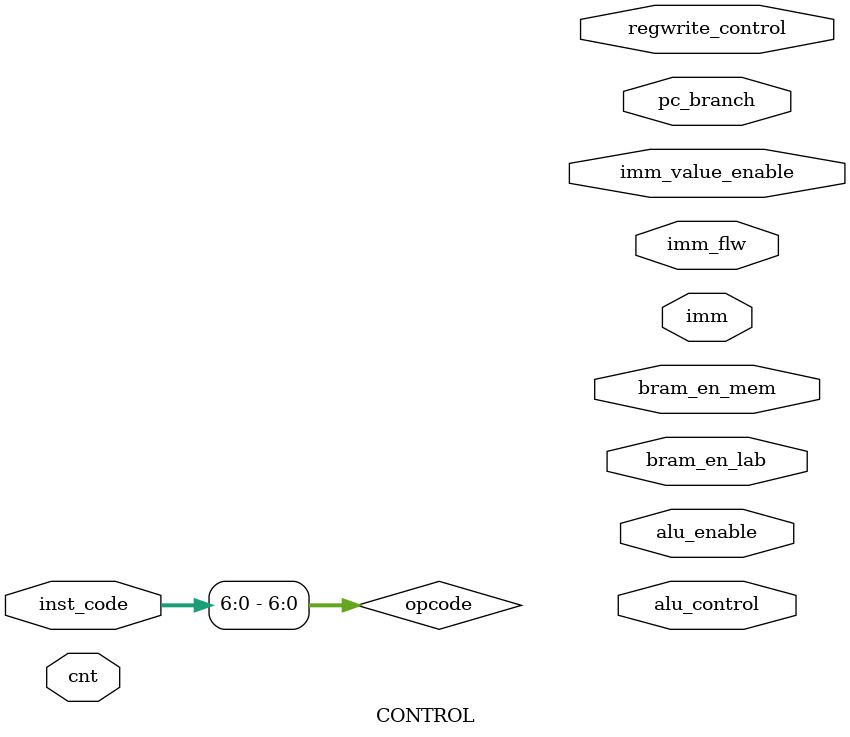
<source format=v>
module CONTROL(
   input [31:0] inst_code,
   input [9:0] cnt,
   output reg [3:0] alu_control,
   output reg regwrite_control,
   output reg [11 :0] imm, 
   output reg bram_en_mem,
   output reg bram_en_lab,
   output reg alu_enable,
   output reg pc_branch,
   output reg imm_value_enable,
   output reg imm_flw
);


    reg[6:0] opcode;

    always @( opcode or inst_code)
    begin
            opcode <=  inst_code[6:0];
            case (opcode)
                7'b0000011:  // integer_load
                begin
                    pc_branch <=0;
                    alu_enable<=0;
                    alu_control <= 4'b1111; // alu_enable is zero, so give as 1111
                    regwrite_control <= 1;                    
                    imm <= inst_code[31:20];
                    imm_value_enable <=0;
                      imm_flw <=0;
                   
                                       
                    if(inst_code[14:12] == 3'b000)      //bram_mem load
                    begin                        
                        bram_en_mem <= 1; 
                        bram_en_lab <= 0; 
                                                              
                    end
                    else 
                    if(inst_code[14:12] == 3'b011)      //bram_lab load
                    begin 
                        bram_en_lab <= 1;
                        bram_en_mem <= 0;
                       
                    end 

                end                  
                7'b0010011 :   // integer add
                begin
                    pc_branch <=0;
                    alu_enable<=1;
                  
                    bram_en_mem <= 0;
                    bram_en_lab <= 0;
                    imm_flw <=0;  
                                                                             
                    if(inst_code[14:12]== 3'b000)   //addi
                    begin  
                        alu_control <= 4'b1100;
                        imm <= inst_code[31:20];
                        imm_value_enable <=1;
                        regwrite_control <= 1;
                    end
                    
                    if(inst_code[14:12]== 3'b011)   //move sqrt value
                    begin
                        alu_control <= 4'b0100;
                        imm_value_enable <=0;
                        regwrite_control <= 0;
                    end
                    
                    if(inst_code[14:12]== 3'b001)  // move k
                    begin
                        alu_control <= 4'b0101;
                        imm_value_enable <= 0;
                        regwrite_control <= 0;
                    end
                    if(inst_code[14:12]== 3'b010) // mov lab
                    begin
                        alu_control <= 4'b0101;
                        imm_value_enable <= 0;
                        regwrite_control <= 0;
                    end
                  end
                  
             7'b0000111 : 
             begin
                    pc_branch <=0;   //  load floating point
                    alu_enable<=0;
                    alu_control <= 4'b1111;
                    regwrite_control <= 1;
                    imm <= inst_code[31:20];
                    imm_value_enable <= 0;
                    imm_flw <=1;
//                    bram_en_mem <= 1;
//                    bram_en_lab <= 0;

                    if(inst_code[14:12] == 3'b010)      //bram_mem load
                    begin                        
                        bram_en_mem <= 1; 
                        bram_en_lab <= 0; 
                                                              
                    end
                    else 
                    if(inst_code[14:12] == 3'b011)      //bram_lab load
                    begin 
                        bram_en_lab <= 1;
                        bram_en_mem <= 0;
                       
                    end 
                    
                  
                    
             end
             
             7'b1010011:    // float arithmetic
             begin   
                alu_enable<=1;
                pc_branch <=0;
                bram_en_mem <= 0;
                bram_en_lab <= 0;
                regwrite_control <= 1;
                imm_value_enable <= 0;
                imm_flw <=0;
                imm <= 0;
                                
                if(inst_code[31:27]== 5'b00000) 
                begin  // sub_mul
                  alu_control <= 4'b0000;                  
                end
                
                if(inst_code[31:27]== 5'b00001) 
                begin
                  alu_control <= 4'b0001;   //f_add
                end
                
                if(inst_code[31:27]== 5'b00010) 
                begin
                  alu_control <= 4'b0010;   //f_sqrt
                end
             end
              
              7'b1100011 :   //blt
              begin 
                    alu_enable<=1;
                    pc_branch <=1;
                    alu_control <= 4'b1011;
                    regwrite_control <= 0;
                    bram_en_mem <= 0;
                    bram_en_lab <= 0;
                    imm_value_enable <= 0;
                    imm_flw <=0;
                    imm <= {inst_code[31],inst_code[7],inst_code[30:25],inst_code[11:8]};
              end
           endcase
//           $display("CONTROL: opcode = %b, alu_control = %b, regwrite_control = %b, imm = %h, bram_en_mem = %b, bram_en_lab = %b, alu_enable = %b, pc_branch = %b, imm_value_enable = %b", opcode, alu_control, regwrite_control, imm, bram_en_mem, bram_en_lab, alu_enable, pc_branch, imm_value_enable);

      end

endmodule
</source>
